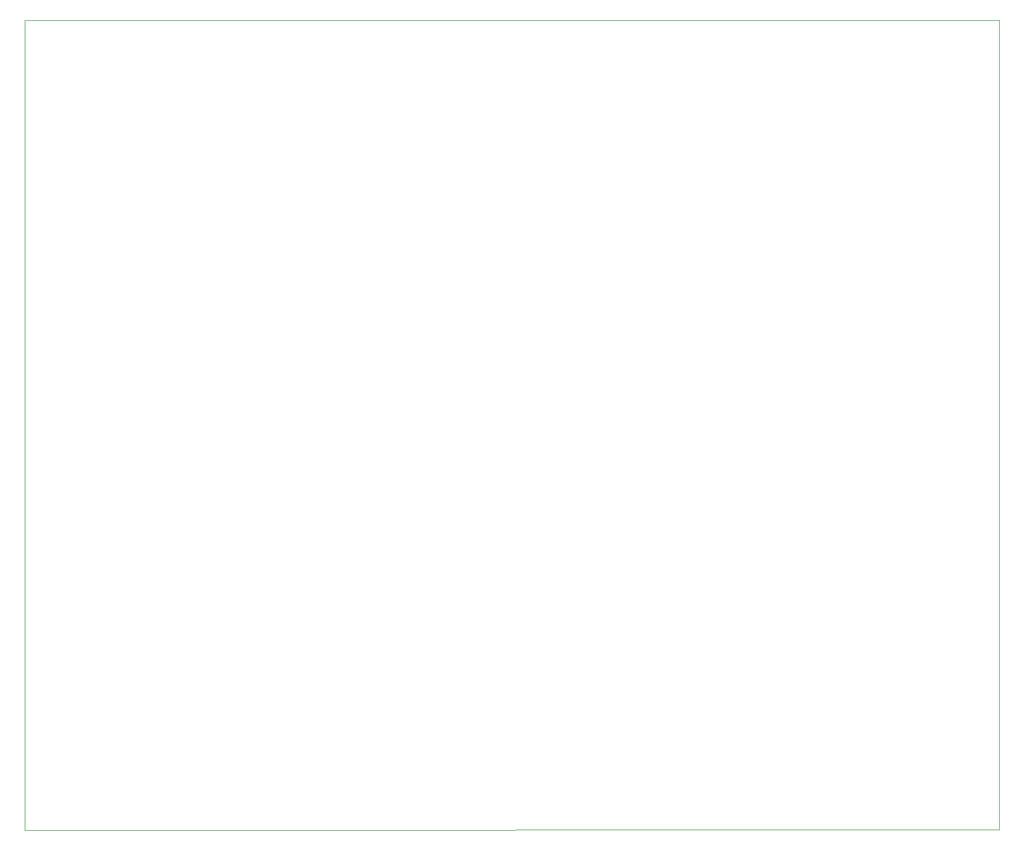
<source format=gbr>
%TF.GenerationSoftware,KiCad,Pcbnew,8.0.6*%
%TF.CreationDate,2025-01-19T12:17:07-08:00*%
%TF.ProjectId,DFboard2,4446626f-6172-4643-922e-6b696361645f,Rev0.1*%
%TF.SameCoordinates,Original*%
%TF.FileFunction,Profile,NP*%
%FSLAX46Y46*%
G04 Gerber Fmt 4.6, Leading zero omitted, Abs format (unit mm)*
G04 Created by KiCad (PCBNEW 8.0.6) date 2025-01-19 12:17:07*
%MOMM*%
%LPD*%
G01*
G04 APERTURE LIST*
%TA.AperFunction,Profile*%
%ADD10C,0.100000*%
%TD*%
G04 APERTURE END LIST*
D10*
X21209000Y-135001000D02*
X167894000Y-134874000D01*
X21209000Y-13081000D02*
X167894000Y-13081000D01*
X21209000Y-13081000D02*
X21209000Y-135001000D01*
X167894000Y-13081000D02*
X167894000Y-134874000D01*
M02*

</source>
